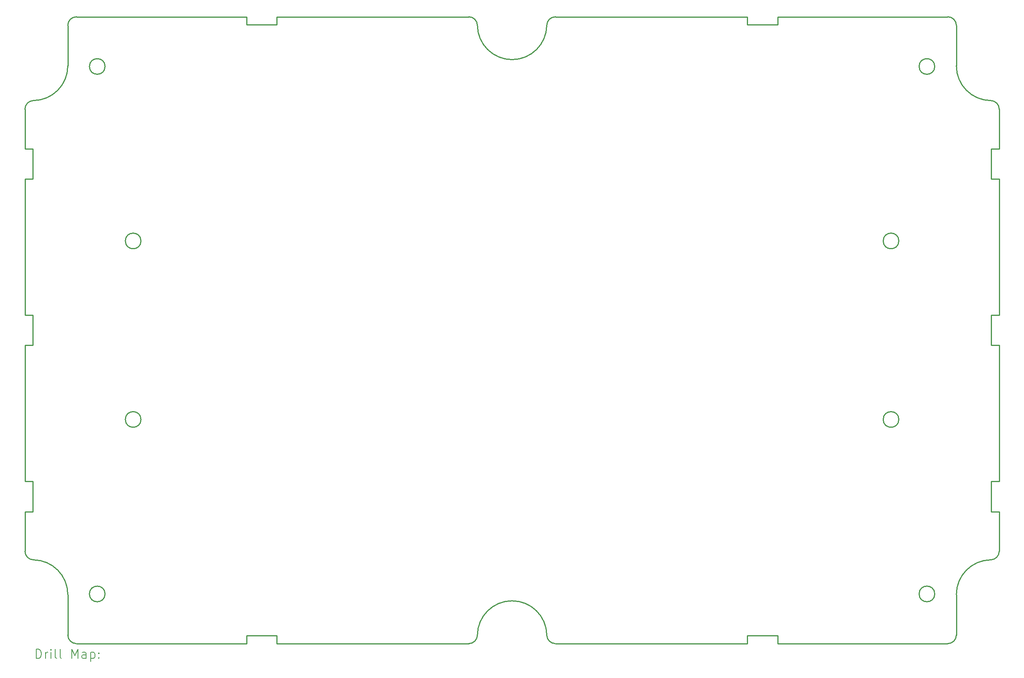
<source format=gbr>
%TF.GenerationSoftware,KiCad,Pcbnew,8.0.2*%
%TF.CreationDate,2024-05-09T14:15:35-06:00*%
%TF.ProjectId,GR-LRR-POWER,47522d4c-5252-42d5-904f-5745522e6b69,rev?*%
%TF.SameCoordinates,Original*%
%TF.FileFunction,Drillmap*%
%TF.FilePolarity,Positive*%
%FSLAX45Y45*%
G04 Gerber Fmt 4.5, Leading zero omitted, Abs format (unit mm)*
G04 Created by KiCad (PCBNEW 8.0.2) date 2024-05-09 14:15:35*
%MOMM*%
%LPD*%
G01*
G04 APERTURE LIST*
%ADD10C,0.250000*%
%ADD11C,0.200000*%
G04 APERTURE END LIST*
D10*
X7637498Y-15342925D02*
G75*
G02*
X7294598Y-15342925I-171450J0D01*
G01*
X7294598Y-15342925D02*
G75*
G02*
X7637498Y-15342925I171450J0D01*
G01*
X15017033Y-20076964D02*
G75*
G02*
X16539363Y-20076964I761165J-8141D01*
G01*
X5267222Y-9399954D02*
X5267222Y-10065416D01*
X25523700Y-7580685D02*
X25523700Y-6691685D01*
X20938217Y-6502933D02*
X16728104Y-6502933D01*
X15017033Y-20076964D02*
G75*
G02*
X14828293Y-20263694I-188734J2014D01*
G01*
X6221448Y-20263697D02*
G75*
G02*
X6032693Y-20074945I2J188757D01*
G01*
X6032697Y-19185945D02*
X6032697Y-20074945D01*
X5267222Y-13050584D02*
X5267222Y-13716046D01*
X26463500Y-10065416D02*
X26289175Y-10065416D01*
X6221448Y-20263697D02*
X9952717Y-20263697D01*
X5267222Y-13716046D02*
X5092897Y-13716046D01*
X25523700Y-20074945D02*
X25523700Y-19185945D01*
X10618180Y-20089371D02*
X10618180Y-20263697D01*
X16539363Y-6689666D02*
G75*
G02*
X16728104Y-6502932I188747J-2024D01*
G01*
X5279630Y-18424780D02*
G75*
G02*
X6032696Y-19185945I-8137J-761160D01*
G01*
X26289175Y-13716046D02*
X26289175Y-13050584D01*
X21603680Y-20263697D02*
X25334948Y-20263697D01*
X5267222Y-17366676D02*
X5092897Y-17366676D01*
X5092897Y-8530591D02*
X5092897Y-9399954D01*
X25334948Y-6502933D02*
G75*
G02*
X25523697Y-6691685I2J-188747D01*
G01*
X26289175Y-10065416D02*
X26289175Y-9399954D01*
X7637498Y-11423705D02*
G75*
G02*
X7294598Y-11423705I-171450J0D01*
G01*
X7294598Y-11423705D02*
G75*
G02*
X7637498Y-11423705I171450J0D01*
G01*
X25334948Y-6502933D02*
X21603680Y-6502933D01*
X25049198Y-7593385D02*
G75*
G02*
X24706298Y-7593385I-171450J0D01*
G01*
X24706298Y-7593385D02*
G75*
G02*
X25049198Y-7593385I171450J0D01*
G01*
X26463500Y-18236039D02*
G75*
G02*
X26276767Y-18424779I-188760J9D01*
G01*
X26289175Y-9399954D02*
X26463500Y-9399954D01*
X16728104Y-20263697D02*
X20938217Y-20263697D01*
X26463500Y-13716046D02*
X26289175Y-13716046D01*
X5092897Y-8530591D02*
G75*
G02*
X5279630Y-8341848I188753J1D01*
G01*
X24261798Y-15342925D02*
G75*
G02*
X23918898Y-15342925I-171450J0D01*
G01*
X23918898Y-15342925D02*
G75*
G02*
X24261798Y-15342925I171450J0D01*
G01*
X21603680Y-6677259D02*
X20938217Y-6677259D01*
X10618180Y-20263697D02*
X14828293Y-20263697D01*
X9952717Y-6677259D02*
X9952717Y-6502933D01*
X14828293Y-6502933D02*
G75*
G02*
X15017036Y-6689666I-13J-188767D01*
G01*
X21603680Y-6502933D02*
X21603680Y-6677259D01*
X6850098Y-7593385D02*
G75*
G02*
X6507198Y-7593385I-171450J0D01*
G01*
X6507198Y-7593385D02*
G75*
G02*
X6850098Y-7593385I171450J0D01*
G01*
X26463500Y-16701214D02*
X26463500Y-13716046D01*
X20938217Y-20089371D02*
X21603680Y-20089371D01*
X5267222Y-16701214D02*
X5267222Y-17366676D01*
X16728104Y-20263697D02*
G75*
G02*
X16539364Y-20076964I-4J188747D01*
G01*
X26463500Y-18236039D02*
X26463500Y-17366676D01*
X5092897Y-13050584D02*
X5267222Y-13050584D01*
X14828293Y-6502933D02*
X10618180Y-6502933D01*
X5279630Y-18424780D02*
G75*
G02*
X5092899Y-18236039I2020J188740D01*
G01*
X9952717Y-20263697D02*
X9952717Y-20089371D01*
X9952717Y-20089371D02*
X10618180Y-20089371D01*
X20938217Y-6677259D02*
X20938217Y-6502933D01*
X6032697Y-6691685D02*
X6032697Y-7580685D01*
X5267222Y-10065416D02*
X5092897Y-10065416D01*
X26276767Y-8341850D02*
G75*
G02*
X25523696Y-7580685I8143J761170D01*
G01*
X25523700Y-19185945D02*
G75*
G02*
X26276767Y-18424784I761210J-5D01*
G01*
X25049198Y-19173245D02*
G75*
G02*
X24706298Y-19173245I-171450J0D01*
G01*
X24706298Y-19173245D02*
G75*
G02*
X25049198Y-19173245I171450J0D01*
G01*
X16539363Y-6689666D02*
G75*
G02*
X15017033Y-6689666I-761165J8141D01*
G01*
X10618180Y-6502933D02*
X10618180Y-6677259D01*
X9952717Y-6502933D02*
X6221448Y-6502933D01*
X26463500Y-9399954D02*
X26463500Y-8530591D01*
X5092897Y-13716046D02*
X5092897Y-16701214D01*
X26276767Y-8341850D02*
G75*
G02*
X26463501Y-8530591I-2017J-188740D01*
G01*
X6850098Y-19173245D02*
G75*
G02*
X6507198Y-19173245I-171450J0D01*
G01*
X6507198Y-19173245D02*
G75*
G02*
X6850098Y-19173245I171450J0D01*
G01*
X26289175Y-13050584D02*
X26463500Y-13050584D01*
X5092897Y-9399954D02*
X5267222Y-9399954D01*
X20938217Y-20263697D02*
X20938217Y-20089371D01*
X26289175Y-16701214D02*
X26463500Y-16701214D01*
X26463500Y-17366676D02*
X26289175Y-17366676D01*
X5092897Y-17366676D02*
X5092897Y-18236039D01*
X26463500Y-13050584D02*
X26463500Y-10065416D01*
X6032697Y-6691685D02*
G75*
G02*
X6221448Y-6502937I188753J-5D01*
G01*
X21603680Y-20089371D02*
X21603680Y-20263697D01*
X5092897Y-10065416D02*
X5092897Y-13050584D01*
X24261798Y-11423705D02*
G75*
G02*
X23918898Y-11423705I-171450J0D01*
G01*
X23918898Y-11423705D02*
G75*
G02*
X24261798Y-11423705I171450J0D01*
G01*
X25523700Y-20074945D02*
G75*
G02*
X25334948Y-20263700I-188750J-5D01*
G01*
X6032697Y-7580685D02*
G75*
G02*
X5279630Y-8341850I-761210J1D01*
G01*
X5092897Y-16701214D02*
X5267222Y-16701214D01*
X10618180Y-6677259D02*
X9952717Y-6677259D01*
X26289175Y-17366676D02*
X26289175Y-16701214D01*
D11*
X5341174Y-20587684D02*
X5341174Y-20387684D01*
X5341174Y-20387684D02*
X5388793Y-20387684D01*
X5388793Y-20387684D02*
X5417364Y-20397208D01*
X5417364Y-20397208D02*
X5436412Y-20416255D01*
X5436412Y-20416255D02*
X5445936Y-20435303D01*
X5445936Y-20435303D02*
X5455459Y-20473398D01*
X5455459Y-20473398D02*
X5455459Y-20501970D01*
X5455459Y-20501970D02*
X5445936Y-20540065D01*
X5445936Y-20540065D02*
X5436412Y-20559112D01*
X5436412Y-20559112D02*
X5417364Y-20578160D01*
X5417364Y-20578160D02*
X5388793Y-20587684D01*
X5388793Y-20587684D02*
X5341174Y-20587684D01*
X5541174Y-20587684D02*
X5541174Y-20454350D01*
X5541174Y-20492446D02*
X5550697Y-20473398D01*
X5550697Y-20473398D02*
X5560221Y-20463874D01*
X5560221Y-20463874D02*
X5579269Y-20454350D01*
X5579269Y-20454350D02*
X5598316Y-20454350D01*
X5664983Y-20587684D02*
X5664983Y-20454350D01*
X5664983Y-20387684D02*
X5655459Y-20397208D01*
X5655459Y-20397208D02*
X5664983Y-20406731D01*
X5664983Y-20406731D02*
X5674507Y-20397208D01*
X5674507Y-20397208D02*
X5664983Y-20387684D01*
X5664983Y-20387684D02*
X5664983Y-20406731D01*
X5788793Y-20587684D02*
X5769745Y-20578160D01*
X5769745Y-20578160D02*
X5760221Y-20559112D01*
X5760221Y-20559112D02*
X5760221Y-20387684D01*
X5893554Y-20587684D02*
X5874507Y-20578160D01*
X5874507Y-20578160D02*
X5864983Y-20559112D01*
X5864983Y-20559112D02*
X5864983Y-20387684D01*
X6122126Y-20587684D02*
X6122126Y-20387684D01*
X6122126Y-20387684D02*
X6188793Y-20530541D01*
X6188793Y-20530541D02*
X6255459Y-20387684D01*
X6255459Y-20387684D02*
X6255459Y-20587684D01*
X6436412Y-20587684D02*
X6436412Y-20482922D01*
X6436412Y-20482922D02*
X6426888Y-20463874D01*
X6426888Y-20463874D02*
X6407840Y-20454350D01*
X6407840Y-20454350D02*
X6369745Y-20454350D01*
X6369745Y-20454350D02*
X6350697Y-20463874D01*
X6436412Y-20578160D02*
X6417364Y-20587684D01*
X6417364Y-20587684D02*
X6369745Y-20587684D01*
X6369745Y-20587684D02*
X6350697Y-20578160D01*
X6350697Y-20578160D02*
X6341174Y-20559112D01*
X6341174Y-20559112D02*
X6341174Y-20540065D01*
X6341174Y-20540065D02*
X6350697Y-20521017D01*
X6350697Y-20521017D02*
X6369745Y-20511493D01*
X6369745Y-20511493D02*
X6417364Y-20511493D01*
X6417364Y-20511493D02*
X6436412Y-20501970D01*
X6531650Y-20454350D02*
X6531650Y-20654350D01*
X6531650Y-20463874D02*
X6550697Y-20454350D01*
X6550697Y-20454350D02*
X6588793Y-20454350D01*
X6588793Y-20454350D02*
X6607840Y-20463874D01*
X6607840Y-20463874D02*
X6617364Y-20473398D01*
X6617364Y-20473398D02*
X6626888Y-20492446D01*
X6626888Y-20492446D02*
X6626888Y-20549589D01*
X6626888Y-20549589D02*
X6617364Y-20568636D01*
X6617364Y-20568636D02*
X6607840Y-20578160D01*
X6607840Y-20578160D02*
X6588793Y-20587684D01*
X6588793Y-20587684D02*
X6550697Y-20587684D01*
X6550697Y-20587684D02*
X6531650Y-20578160D01*
X6712602Y-20568636D02*
X6722126Y-20578160D01*
X6722126Y-20578160D02*
X6712602Y-20587684D01*
X6712602Y-20587684D02*
X6703078Y-20578160D01*
X6703078Y-20578160D02*
X6712602Y-20568636D01*
X6712602Y-20568636D02*
X6712602Y-20587684D01*
X6712602Y-20463874D02*
X6722126Y-20473398D01*
X6722126Y-20473398D02*
X6712602Y-20482922D01*
X6712602Y-20482922D02*
X6703078Y-20473398D01*
X6703078Y-20473398D02*
X6712602Y-20463874D01*
X6712602Y-20463874D02*
X6712602Y-20482922D01*
M02*

</source>
